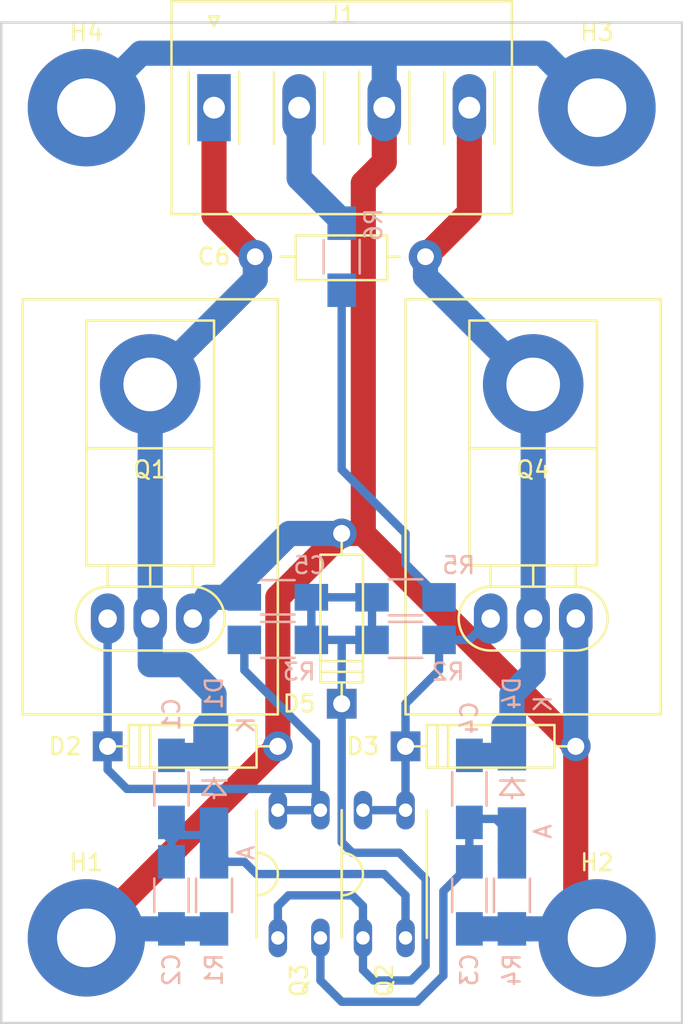
<source format=kicad_pcb>
(kicad_pcb (version 20171130) (host pcbnew "(5.1.12)-1")

  (general
    (thickness 1.6)
    (drawings 8)
    (tracks 141)
    (zones 0)
    (modules 26)
    (nets 11)
  )

  (page A4)
  (layers
    (0 F.Cu signal)
    (31 B.Cu signal)
    (32 B.Adhes user hide)
    (33 F.Adhes user hide)
    (34 B.Paste user hide)
    (35 F.Paste user hide)
    (36 B.SilkS user hide)
    (37 F.SilkS user hide)
    (38 B.Mask user hide)
    (39 F.Mask user hide)
    (40 Dwgs.User user hide)
    (41 Cmts.User user hide)
    (42 Eco1.User user hide)
    (43 Eco2.User user hide)
    (44 Edge.Cuts user)
    (45 Margin user hide)
    (46 B.CrtYd user hide)
    (47 F.CrtYd user hide)
    (48 B.Fab user hide)
    (49 F.Fab user hide)
  )

  (setup
    (last_trace_width 0.5)
    (trace_clearance 0.4)
    (zone_clearance 0.7)
    (zone_45_only no)
    (trace_min 0.127)
    (via_size 0.6)
    (via_drill 0.4)
    (via_min_size 0.454)
    (via_min_drill 0.254)
    (uvia_size 0.3)
    (uvia_drill 0.1)
    (uvias_allowed no)
    (uvia_min_size 0.2)
    (uvia_min_drill 0.1)
    (edge_width 0.15)
    (segment_width 0.2)
    (pcb_text_width 0.3)
    (pcb_text_size 1.5 1.5)
    (mod_edge_width 0.15)
    (mod_text_size 1 1)
    (mod_text_width 0.15)
    (pad_size 1.524 1.524)
    (pad_drill 0.762)
    (pad_to_mask_clearance 0.2)
    (aux_axis_origin 0 0)
    (visible_elements 7FFFFFFF)
    (pcbplotparams
      (layerselection 0x010f0_80000001)
      (usegerberextensions true)
      (usegerberattributes true)
      (usegerberadvancedattributes true)
      (creategerberjobfile true)
      (excludeedgelayer true)
      (linewidth 0.100000)
      (plotframeref false)
      (viasonmask false)
      (mode 1)
      (useauxorigin false)
      (hpglpennumber 1)
      (hpglpenspeed 20)
      (hpglpendiameter 15.000000)
      (psnegative false)
      (psa4output false)
      (plotreference true)
      (plotvalue true)
      (plotinvisibletext false)
      (padsonsilk false)
      (subtractmaskfromsilk false)
      (outputformat 1)
      (mirror false)
      (drillshape 0)
      (scaleselection 1)
      (outputdirectory "plot"))
  )

  (net 0 "")
  (net 1 GND)
  (net 2 /D1)
  (net 3 /C1)
  (net 4 /D2)
  (net 5 /C2)
  (net 6 /9V)
  (net 7 /24V)
  (net 8 /G1)
  (net 9 /G2)
  (net 10 "Net-(R5-Pad1)")

  (net_class Default "This is the default net class."
    (clearance 0.4)
    (trace_width 0.5)
    (via_dia 0.6)
    (via_drill 0.4)
    (uvia_dia 0.3)
    (uvia_drill 0.1)
    (add_net /9V)
    (add_net /D1)
    (add_net /D2)
    (add_net /G1)
    (add_net /G2)
    (add_net "Net-(R5-Pad1)")
  )

  (net_class Power ""
    (clearance 0.5)
    (trace_width 1.5)
    (via_dia 0.6)
    (via_drill 0.4)
    (uvia_dia 0.3)
    (uvia_drill 0.1)
    (add_net /24V)
    (add_net /C1)
    (add_net /C2)
    (add_net GND)
  )

  (module DIL-4:DIP-4_W7.62mm_LongPads (layer F.Cu) (tedit 58F48CE5) (tstamp 58F48AF1)
    (at 173.99 133.35 90)
    (descr "4-lead dip package MOSFET, row spacing 7.62 mm (300 mils), longer pads")
    (tags "dil dip 2.54 300")
    (path /58481C5D)
    (fp_text reference Q3 (at -2.54 1.27 90) (layer F.SilkS)
      (effects (font (size 1 1) (thickness 0.15)))
    )
    (fp_text value IRFD110 (at 3.81 1.27 90) (layer F.Fab)
      (effects (font (size 1 1) (thickness 0.15)))
    )
    (fp_line (start 0 3.81) (end 7.62 3.81) (layer F.SilkS) (width 0.15))
    (fp_line (start 0 -1.27) (end 7.62 -1.27) (layer F.SilkS) (width 0.15))
    (fp_line (start -1.27 3.81) (end 8.89 3.81) (layer F.CrtYd) (width 0.05))
    (fp_line (start -1.27 -1.27) (end 8.89 -1.27) (layer F.CrtYd) (width 0.05))
    (fp_line (start 8.89 -1.27) (end 8.89 3.81) (layer F.CrtYd) (width 0.05))
    (fp_line (start -1.27 -1.27) (end -1.27 3.81) (layer F.CrtYd) (width 0.05))
    (fp_arc (start 3.81 -1.27) (end 5.08 -1.27) (angle 180) (layer F.SilkS) (width 0.15))
    (pad 1 thru_hole oval (at 0 0 90) (size 2.3 1.1) (drill 0.8) (layers *.Cu *.Mask)
      (net 6 /9V))
    (pad 2 thru_hole oval (at 0 2.54 90) (size 2.3 1.1) (drill 0.8) (layers *.Cu *.Mask)
      (net 4 /D2))
    (pad 3 thru_hole oval (at 7.62 2.54 90) (size 2.3 1.1) (drill 0.8) (layers *.Cu *.Mask)
      (net 8 /G1))
    (pad 3 thru_hole oval (at 7.62 0 90) (size 2.3 1.1) (drill 0.8) (layers *.Cu *.Mask)
      (net 8 /G1))
    (model Housings_DIP.3dshapes/DIP-4_W7.62mm_LongPads.wrl
      (at (xyz 0 0 0))
      (scale (xyz 1 1 1))
      (rotate (xyz 0 0 0))
    )
  )

  (module Discret:D4 (layer F.Cu) (tedit 0) (tstamp 58D12648)
    (at 168.91 121.92 180)
    (descr "Diode 4 pas")
    (tags "DIODE DEV")
    (path /58419259)
    (fp_text reference D2 (at 7.62 0 180) (layer F.SilkS)
      (effects (font (size 1 1) (thickness 0.15)))
    )
    (fp_text value 9.1V (at 3.81 2.54 180) (layer F.Fab)
      (effects (font (size 1 1) (thickness 0.15)))
    )
    (fp_line (start 3.81 0) (end 5.08 0) (layer F.SilkS) (width 0.15))
    (fp_line (start -3.81 0) (end -5.08 0) (layer F.SilkS) (width 0.15))
    (fp_line (start 2.54 1.27) (end 2.54 -1.27) (layer F.SilkS) (width 0.15))
    (fp_line (start 3.175 -1.27) (end 3.175 1.27) (layer F.SilkS) (width 0.15))
    (fp_line (start -3.81 1.27) (end -3.81 -1.27) (layer F.SilkS) (width 0.15))
    (fp_line (start 3.81 1.27) (end -3.81 1.27) (layer F.SilkS) (width 0.15))
    (fp_line (start 3.81 -1.27) (end 3.81 1.27) (layer F.SilkS) (width 0.15))
    (fp_line (start -3.81 -1.27) (end 3.81 -1.27) (layer F.SilkS) (width 0.15))
    (pad 2 thru_hole circle (at -5.08 0 180) (size 1.778 1.778) (drill 1.016) (layers *.Cu *.Mask)
      (net 1 GND))
    (pad 1 thru_hole rect (at 5.08 0 180) (size 1.778 1.778) (drill 1.016) (layers *.Cu *.Mask)
      (net 8 /G1))
    (model Discret.3dshapes/D4.wrl
      (at (xyz 0 0 0))
      (scale (xyz 0.4 0.4 0.4))
      (rotate (xyz 0 0 0))
    )
  )

  (module Discret:D4 (layer F.Cu) (tedit 0) (tstamp 58D12655)
    (at 186.69 121.92 180)
    (descr "Diode 4 pas")
    (tags "DIODE DEV")
    (path /5841943C)
    (fp_text reference D3 (at 7.62 0 180) (layer F.SilkS)
      (effects (font (size 1 1) (thickness 0.15)))
    )
    (fp_text value 9.1V (at 8.255 -1.27 180) (layer F.Fab)
      (effects (font (size 1 1) (thickness 0.15)))
    )
    (fp_line (start 3.81 0) (end 5.08 0) (layer F.SilkS) (width 0.15))
    (fp_line (start -3.81 0) (end -5.08 0) (layer F.SilkS) (width 0.15))
    (fp_line (start 2.54 1.27) (end 2.54 -1.27) (layer F.SilkS) (width 0.15))
    (fp_line (start 3.175 -1.27) (end 3.175 1.27) (layer F.SilkS) (width 0.15))
    (fp_line (start -3.81 1.27) (end -3.81 -1.27) (layer F.SilkS) (width 0.15))
    (fp_line (start 3.81 1.27) (end -3.81 1.27) (layer F.SilkS) (width 0.15))
    (fp_line (start 3.81 -1.27) (end 3.81 1.27) (layer F.SilkS) (width 0.15))
    (fp_line (start -3.81 -1.27) (end 3.81 -1.27) (layer F.SilkS) (width 0.15))
    (pad 2 thru_hole circle (at -5.08 0 180) (size 1.778 1.778) (drill 1.016) (layers *.Cu *.Mask)
      (net 1 GND))
    (pad 1 thru_hole rect (at 5.08 0 180) (size 1.778 1.778) (drill 1.016) (layers *.Cu *.Mask)
      (net 9 /G2))
    (model Discret.3dshapes/D4.wrl
      (at (xyz 0 0 0))
      (scale (xyz 0.4 0.4 0.4))
      (rotate (xyz 0 0 0))
    )
  )

  (module DIL-4:DIP-4_W7.62mm_LongPads (layer F.Cu) (tedit 58F48CE5) (tstamp 58F48B34)
    (at 179.07 133.35 90)
    (descr "4-lead dip package MOSFET, row spacing 7.62 mm (300 mils), longer pads")
    (tags "dil dip 2.54 300")
    (path /58481EFD)
    (fp_text reference Q2 (at -2.54 1.27 90) (layer F.SilkS)
      (effects (font (size 1 1) (thickness 0.15)))
    )
    (fp_text value IRFD110 (at 3.81 1.27 90) (layer F.Fab)
      (effects (font (size 1 1) (thickness 0.15)))
    )
    (fp_line (start 0 3.81) (end 7.62 3.81) (layer F.SilkS) (width 0.15))
    (fp_line (start 0 -1.27) (end 7.62 -1.27) (layer F.SilkS) (width 0.15))
    (fp_line (start -1.27 3.81) (end 8.89 3.81) (layer F.CrtYd) (width 0.05))
    (fp_line (start -1.27 -1.27) (end 8.89 -1.27) (layer F.CrtYd) (width 0.05))
    (fp_line (start 8.89 -1.27) (end 8.89 3.81) (layer F.CrtYd) (width 0.05))
    (fp_line (start -1.27 -1.27) (end -1.27 3.81) (layer F.CrtYd) (width 0.05))
    (fp_arc (start 3.81 -1.27) (end 5.08 -1.27) (angle 180) (layer F.SilkS) (width 0.15))
    (pad 1 thru_hole oval (at 0 0 90) (size 2.3 1.1) (drill 0.8) (layers *.Cu *.Mask)
      (net 6 /9V))
    (pad 2 thru_hole oval (at 0 2.54 90) (size 2.3 1.1) (drill 0.8) (layers *.Cu *.Mask)
      (net 2 /D1))
    (pad 3 thru_hole oval (at 7.62 2.54 90) (size 2.3 1.1) (drill 0.8) (layers *.Cu *.Mask)
      (net 9 /G2))
    (pad 3 thru_hole oval (at 7.62 0 90) (size 2.3 1.1) (drill 0.8) (layers *.Cu *.Mask)
      (net 9 /G2))
    (model Housings_DIP.3dshapes/DIP-4_W7.62mm_LongPads.wrl
      (at (xyz 0 0 0))
      (scale (xyz 1 1 1))
      (rotate (xyz 0 0 0))
    )
  )

  (module Capacitors_SMD:C_1206_HandSoldering (layer B.Cu) (tedit 541A9C03) (tstamp 58F49F04)
    (at 173.99 113.03 180)
    (descr "Capacitor SMD 1206, hand soldering")
    (tags "capacitor 1206")
    (path /58F49D26)
    (attr smd)
    (fp_text reference C5 (at -1.905 1.905 180) (layer B.SilkS)
      (effects (font (size 1 1) (thickness 0.15)) (justify mirror))
    )
    (fp_text value 470nF (at 1.27 1.905 180) (layer B.Fab)
      (effects (font (size 1 1) (thickness 0.15)) (justify mirror))
    )
    (fp_line (start -1 -1.025) (end 1 -1.025) (layer B.SilkS) (width 0.15))
    (fp_line (start 1 1.025) (end -1 1.025) (layer B.SilkS) (width 0.15))
    (fp_line (start 3.3 1.15) (end 3.3 -1.15) (layer B.CrtYd) (width 0.05))
    (fp_line (start -3.3 1.15) (end -3.3 -1.15) (layer B.CrtYd) (width 0.05))
    (fp_line (start -3.3 -1.15) (end 3.3 -1.15) (layer B.CrtYd) (width 0.05))
    (fp_line (start -3.3 1.15) (end 3.3 1.15) (layer B.CrtYd) (width 0.05))
    (fp_line (start -1.6 0.8) (end 1.6 0.8) (layer B.Fab) (width 0.15))
    (fp_line (start 1.6 0.8) (end 1.6 -0.8) (layer B.Fab) (width 0.15))
    (fp_line (start 1.6 -0.8) (end -1.6 -0.8) (layer B.Fab) (width 0.15))
    (fp_line (start -1.6 -0.8) (end -1.6 0.8) (layer B.Fab) (width 0.15))
    (pad 1 smd rect (at -2 0 180) (size 2 1.6) (layers B.Cu B.Paste B.Mask)
      (net 6 /9V))
    (pad 2 smd rect (at 2 0 180) (size 2 1.6) (layers B.Cu B.Paste B.Mask)
      (net 1 GND))
    (model Capacitors_SMD.3dshapes/C_1206_HandSoldering.wrl
      (at (xyz 0 0 0))
      (scale (xyz 1 1 1))
      (rotate (xyz 0 0 0))
    )
  )

  (module Capacitors_SMD:C_1206_HandSoldering (layer B.Cu) (tedit 541A9C03) (tstamp 58F348E2)
    (at 167.64 124.46 90)
    (descr "Capacitor SMD 1206, hand soldering")
    (tags "capacitor 1206")
    (path /58417946)
    (attr smd)
    (fp_text reference C1 (at 4.445 0 90) (layer B.SilkS)
      (effects (font (size 1 1) (thickness 0.15)) (justify mirror))
    )
    (fp_text value 10nF (at 0 -1.905 90) (layer B.Fab)
      (effects (font (size 1 1) (thickness 0.15)) (justify mirror))
    )
    (fp_line (start -1 -1.025) (end 1 -1.025) (layer B.SilkS) (width 0.15))
    (fp_line (start 1 1.025) (end -1 1.025) (layer B.SilkS) (width 0.15))
    (fp_line (start 3.3 1.15) (end 3.3 -1.15) (layer B.CrtYd) (width 0.05))
    (fp_line (start -3.3 1.15) (end -3.3 -1.15) (layer B.CrtYd) (width 0.05))
    (fp_line (start -3.3 -1.15) (end 3.3 -1.15) (layer B.CrtYd) (width 0.05))
    (fp_line (start -3.3 1.15) (end 3.3 1.15) (layer B.CrtYd) (width 0.05))
    (fp_line (start -1.6 0.8) (end 1.6 0.8) (layer B.Fab) (width 0.15))
    (fp_line (start 1.6 0.8) (end 1.6 -0.8) (layer B.Fab) (width 0.15))
    (fp_line (start 1.6 -0.8) (end -1.6 -0.8) (layer B.Fab) (width 0.15))
    (fp_line (start -1.6 -0.8) (end -1.6 0.8) (layer B.Fab) (width 0.15))
    (pad 1 smd rect (at -2 0 90) (size 2 1.6) (layers B.Cu B.Paste B.Mask)
      (net 2 /D1))
    (pad 2 smd rect (at 2 0 90) (size 2 1.6) (layers B.Cu B.Paste B.Mask)
      (net 3 /C1))
    (model Capacitors_SMD.3dshapes/C_1206_HandSoldering.wrl
      (at (xyz 0 0 0))
      (scale (xyz 1 1 1))
      (rotate (xyz 0 0 0))
    )
  )

  (module Capacitors_SMD:C_1206_HandSoldering (layer B.Cu) (tedit 541A9C03) (tstamp 58F348E7)
    (at 167.64 130.81 270)
    (descr "Capacitor SMD 1206, hand soldering")
    (tags "capacitor 1206")
    (path /58417DD6)
    (attr smd)
    (fp_text reference C2 (at 4.445 0 270) (layer B.SilkS)
      (effects (font (size 1 1) (thickness 0.15)) (justify mirror))
    )
    (fp_text value 10nF (at -2.54 1.905 270) (layer B.Fab)
      (effects (font (size 1 1) (thickness 0.15)) (justify mirror))
    )
    (fp_line (start -1 -1.025) (end 1 -1.025) (layer B.SilkS) (width 0.15))
    (fp_line (start 1 1.025) (end -1 1.025) (layer B.SilkS) (width 0.15))
    (fp_line (start 3.3 1.15) (end 3.3 -1.15) (layer B.CrtYd) (width 0.05))
    (fp_line (start -3.3 1.15) (end -3.3 -1.15) (layer B.CrtYd) (width 0.05))
    (fp_line (start -3.3 -1.15) (end 3.3 -1.15) (layer B.CrtYd) (width 0.05))
    (fp_line (start -3.3 1.15) (end 3.3 1.15) (layer B.CrtYd) (width 0.05))
    (fp_line (start -1.6 0.8) (end 1.6 0.8) (layer B.Fab) (width 0.15))
    (fp_line (start 1.6 0.8) (end 1.6 -0.8) (layer B.Fab) (width 0.15))
    (fp_line (start 1.6 -0.8) (end -1.6 -0.8) (layer B.Fab) (width 0.15))
    (fp_line (start -1.6 -0.8) (end -1.6 0.8) (layer B.Fab) (width 0.15))
    (pad 1 smd rect (at -2 0 270) (size 2 1.6) (layers B.Cu B.Paste B.Mask)
      (net 2 /D1))
    (pad 2 smd rect (at 2 0 270) (size 2 1.6) (layers B.Cu B.Paste B.Mask)
      (net 1 GND))
    (model Capacitors_SMD.3dshapes/C_1206_HandSoldering.wrl
      (at (xyz 0 0 0))
      (scale (xyz 1 1 1))
      (rotate (xyz 0 0 0))
    )
  )

  (module Resistors_SMD:R_1206_HandSoldering (layer B.Cu) (tedit 58307C0D) (tstamp 58F34900)
    (at 170.18 130.81 270)
    (descr "Resistor SMD 1206, hand soldering")
    (tags "resistor 1206")
    (path /58417E39)
    (attr smd)
    (fp_text reference R1 (at 4.445 0 270) (layer B.SilkS)
      (effects (font (size 1 1) (thickness 0.15)) (justify mirror))
    )
    (fp_text value 33k (at 0 -1.905 270) (layer B.Fab)
      (effects (font (size 1 1) (thickness 0.15)) (justify mirror))
    )
    (fp_line (start -1 1.075) (end 1 1.075) (layer B.SilkS) (width 0.15))
    (fp_line (start 1 -1.075) (end -1 -1.075) (layer B.SilkS) (width 0.15))
    (fp_line (start 3.3 1.2) (end 3.3 -1.2) (layer B.CrtYd) (width 0.05))
    (fp_line (start -3.3 1.2) (end -3.3 -1.2) (layer B.CrtYd) (width 0.05))
    (fp_line (start -3.3 -1.2) (end 3.3 -1.2) (layer B.CrtYd) (width 0.05))
    (fp_line (start -3.3 1.2) (end 3.3 1.2) (layer B.CrtYd) (width 0.05))
    (fp_line (start -1.6 0.8) (end 1.6 0.8) (layer B.Fab) (width 0.1))
    (fp_line (start 1.6 0.8) (end 1.6 -0.8) (layer B.Fab) (width 0.1))
    (fp_line (start 1.6 -0.8) (end -1.6 -0.8) (layer B.Fab) (width 0.1))
    (fp_line (start -1.6 -0.8) (end -1.6 0.8) (layer B.Fab) (width 0.1))
    (pad 1 smd rect (at -2 0 270) (size 2 1.7) (layers B.Cu B.Paste B.Mask)
      (net 2 /D1))
    (pad 2 smd rect (at 2 0 270) (size 2 1.7) (layers B.Cu B.Paste B.Mask)
      (net 1 GND))
    (model Resistors_SMD.3dshapes/R_1206_HandSoldering.wrl
      (at (xyz 0 0 0))
      (scale (xyz 1 1 1))
      (rotate (xyz 0 0 0))
    )
  )

  (module Resistors_SMD:R_1206_HandSoldering (layer B.Cu) (tedit 58307C0D) (tstamp 58F3490A)
    (at 173.99 115.57 180)
    (descr "Resistor SMD 1206, hand soldering")
    (tags "resistor 1206")
    (path /58419ACA)
    (attr smd)
    (fp_text reference R3 (at -1.27 -1.905 180) (layer B.SilkS)
      (effects (font (size 1 1) (thickness 0.15)) (justify mirror))
    )
    (fp_text value 47k (at 1.905 -1.905 180) (layer B.Fab)
      (effects (font (size 1 1) (thickness 0.15)) (justify mirror))
    )
    (fp_line (start -1 1.075) (end 1 1.075) (layer B.SilkS) (width 0.15))
    (fp_line (start 1 -1.075) (end -1 -1.075) (layer B.SilkS) (width 0.15))
    (fp_line (start 3.3 1.2) (end 3.3 -1.2) (layer B.CrtYd) (width 0.05))
    (fp_line (start -3.3 1.2) (end -3.3 -1.2) (layer B.CrtYd) (width 0.05))
    (fp_line (start -3.3 -1.2) (end 3.3 -1.2) (layer B.CrtYd) (width 0.05))
    (fp_line (start -3.3 1.2) (end 3.3 1.2) (layer B.CrtYd) (width 0.05))
    (fp_line (start -1.6 0.8) (end 1.6 0.8) (layer B.Fab) (width 0.1))
    (fp_line (start 1.6 0.8) (end 1.6 -0.8) (layer B.Fab) (width 0.1))
    (fp_line (start 1.6 -0.8) (end -1.6 -0.8) (layer B.Fab) (width 0.1))
    (fp_line (start -1.6 -0.8) (end -1.6 0.8) (layer B.Fab) (width 0.1))
    (pad 1 smd rect (at -2 0 180) (size 2 1.7) (layers B.Cu B.Paste B.Mask)
      (net 6 /9V))
    (pad 2 smd rect (at 2 0 180) (size 2 1.7) (layers B.Cu B.Paste B.Mask)
      (net 8 /G1))
    (model Resistors_SMD.3dshapes/R_1206_HandSoldering.wrl
      (at (xyz 0 0 0))
      (scale (xyz 1 1 1))
      (rotate (xyz 0 0 0))
    )
  )

  (module Diodes_SMD:MiniMELF_Handsoldering (layer B.Cu) (tedit 5530FDE5) (tstamp 58F356E9)
    (at 170.18 124.46 270)
    (descr "Diode Mini-MELF Handsoldering")
    (tags "Diode Mini-MELF Handsoldering")
    (path /58E0EFF3)
    (attr smd)
    (fp_text reference D1 (at -5.715 0 270) (layer B.SilkS)
      (effects (font (size 1 1) (thickness 0.15)) (justify mirror))
    )
    (fp_text value 1N4148 (at 0 -1.905 270) (layer B.Fab)
      (effects (font (size 1 1) (thickness 0.15)) (justify mirror))
    )
    (fp_line (start 0.34878 -0.70104) (end -0.49958 0) (layer B.SilkS) (width 0.15))
    (fp_line (start 0.34878 0.70104) (end 0.34878 -0.70104) (layer B.SilkS) (width 0.15))
    (fp_line (start -0.49958 0) (end 0.34878 0.70104) (layer B.SilkS) (width 0.15))
    (fp_line (start -0.49958 0) (end -0.49958 0.70104) (layer B.SilkS) (width 0.15))
    (fp_line (start -0.49958 0) (end -0.49958 -0.7493) (layer B.SilkS) (width 0.15))
    (fp_line (start 0.34878 0) (end 0.54944 0) (layer B.SilkS) (width 0.15))
    (fp_line (start -0.49958 0) (end -0.64944 0) (layer B.SilkS) (width 0.15))
    (fp_line (start -4.55 -1) (end -4.55 1) (layer B.CrtYd) (width 0.05))
    (fp_line (start 4.55 -1) (end -4.55 -1) (layer B.CrtYd) (width 0.05))
    (fp_line (start 4.55 1) (end 4.55 -1) (layer B.CrtYd) (width 0.05))
    (fp_line (start -4.55 1) (end 4.55 1) (layer B.CrtYd) (width 0.05))
    (fp_text user K (at -3.81 -1.905 270) (layer B.SilkS)
      (effects (font (size 1 1) (thickness 0.15)) (justify mirror))
    )
    (fp_text user A (at 3.81 -1.905 270) (layer B.SilkS)
      (effects (font (size 1 1) (thickness 0.15)) (justify mirror))
    )
    (pad 1 smd rect (at -2.75082 0 270) (size 3.29946 1.69926) (layers B.Cu B.Paste B.Mask)
      (net 3 /C1))
    (pad 2 smd rect (at 2.75082 0 270) (size 3.29946 1.69926) (layers B.Cu B.Paste B.Mask)
      (net 2 /D1))
    (model Diodes_SMD.3dshapes/MiniMELF_Handsoldering.wrl
      (at (xyz 0 0 0))
      (scale (xyz 0.3937 0.3937 0.3937))
      (rotate (xyz 0 0 180))
    )
  )

  (module Diodes_SMD:MiniMELF_Handsoldering (layer B.Cu) (tedit 5530FDE5) (tstamp 58F356EE)
    (at 187.96 124.46 270)
    (descr "Diode Mini-MELF Handsoldering")
    (tags "Diode Mini-MELF Handsoldering")
    (path /58E0F05B)
    (attr smd)
    (fp_text reference D4 (at -5.715 0 270) (layer B.SilkS)
      (effects (font (size 1 1) (thickness 0.15)) (justify mirror))
    )
    (fp_text value 1N4148 (at -1.27 -1.905 270) (layer B.Fab)
      (effects (font (size 1 1) (thickness 0.15)) (justify mirror))
    )
    (fp_line (start 0.34878 -0.70104) (end -0.49958 0) (layer B.SilkS) (width 0.15))
    (fp_line (start 0.34878 0.70104) (end 0.34878 -0.70104) (layer B.SilkS) (width 0.15))
    (fp_line (start -0.49958 0) (end 0.34878 0.70104) (layer B.SilkS) (width 0.15))
    (fp_line (start -0.49958 0) (end -0.49958 0.70104) (layer B.SilkS) (width 0.15))
    (fp_line (start -0.49958 0) (end -0.49958 -0.7493) (layer B.SilkS) (width 0.15))
    (fp_line (start 0.34878 0) (end 0.54944 0) (layer B.SilkS) (width 0.15))
    (fp_line (start -0.49958 0) (end -0.64944 0) (layer B.SilkS) (width 0.15))
    (fp_line (start -4.55 -1) (end -4.55 1) (layer B.CrtYd) (width 0.05))
    (fp_line (start 4.55 -1) (end -4.55 -1) (layer B.CrtYd) (width 0.05))
    (fp_line (start 4.55 1) (end 4.55 -1) (layer B.CrtYd) (width 0.05))
    (fp_line (start -4.55 1) (end 4.55 1) (layer B.CrtYd) (width 0.05))
    (fp_text user K (at -5.08 -1.85 270) (layer B.SilkS)
      (effects (font (size 1 1) (thickness 0.15)) (justify mirror))
    )
    (fp_text user A (at 2.54 -1.85 270) (layer B.SilkS)
      (effects (font (size 1 1) (thickness 0.15)) (justify mirror))
    )
    (pad 1 smd rect (at -2.75082 0 270) (size 3.29946 1.69926) (layers B.Cu B.Paste B.Mask)
      (net 5 /C2))
    (pad 2 smd rect (at 2.75082 0 270) (size 3.29946 1.69926) (layers B.Cu B.Paste B.Mask)
      (net 4 /D2))
    (model Diodes_SMD.3dshapes/MiniMELF_Handsoldering.wrl
      (at (xyz 0 0 0))
      (scale (xyz 0.3937 0.3937 0.3937))
      (rotate (xyz 0 0 180))
    )
  )

  (module Capacitors_SMD:C_1206_HandSoldering (layer B.Cu) (tedit 541A9C03) (tstamp 58F348EC)
    (at 185.42 130.81 270)
    (descr "Capacitor SMD 1206, hand soldering")
    (tags "capacitor 1206")
    (path /58419ABE)
    (attr smd)
    (fp_text reference C3 (at 4.445 0 270) (layer B.SilkS)
      (effects (font (size 1 1) (thickness 0.15)) (justify mirror))
    )
    (fp_text value 10nF (at 0 1.905 270) (layer B.Fab)
      (effects (font (size 1 1) (thickness 0.15)) (justify mirror))
    )
    (fp_line (start -1 -1.025) (end 1 -1.025) (layer B.SilkS) (width 0.15))
    (fp_line (start 1 1.025) (end -1 1.025) (layer B.SilkS) (width 0.15))
    (fp_line (start 3.3 1.15) (end 3.3 -1.15) (layer B.CrtYd) (width 0.05))
    (fp_line (start -3.3 1.15) (end -3.3 -1.15) (layer B.CrtYd) (width 0.05))
    (fp_line (start -3.3 -1.15) (end 3.3 -1.15) (layer B.CrtYd) (width 0.05))
    (fp_line (start -3.3 1.15) (end 3.3 1.15) (layer B.CrtYd) (width 0.05))
    (fp_line (start -1.6 0.8) (end 1.6 0.8) (layer B.Fab) (width 0.15))
    (fp_line (start 1.6 0.8) (end 1.6 -0.8) (layer B.Fab) (width 0.15))
    (fp_line (start 1.6 -0.8) (end -1.6 -0.8) (layer B.Fab) (width 0.15))
    (fp_line (start -1.6 -0.8) (end -1.6 0.8) (layer B.Fab) (width 0.15))
    (pad 1 smd rect (at -2 0 270) (size 2 1.6) (layers B.Cu B.Paste B.Mask)
      (net 4 /D2))
    (pad 2 smd rect (at 2 0 270) (size 2 1.6) (layers B.Cu B.Paste B.Mask)
      (net 1 GND))
    (model Capacitors_SMD.3dshapes/C_1206_HandSoldering.wrl
      (at (xyz 0 0 0))
      (scale (xyz 1 1 1))
      (rotate (xyz 0 0 0))
    )
  )

  (module Capacitors_SMD:C_1206_HandSoldering (layer B.Cu) (tedit 541A9C03) (tstamp 58F348F1)
    (at 185.42 124.46 90)
    (descr "Capacitor SMD 1206, hand soldering")
    (tags "capacitor 1206")
    (path /58419AB8)
    (attr smd)
    (fp_text reference C4 (at 4.2342 0 90) (layer B.SilkS)
      (effects (font (size 1 1) (thickness 0.15)) (justify mirror))
    )
    (fp_text value 10nF (at -0.2108 -1.905 90) (layer B.Fab)
      (effects (font (size 1 1) (thickness 0.15)) (justify mirror))
    )
    (fp_line (start -1 -1.025) (end 1 -1.025) (layer B.SilkS) (width 0.15))
    (fp_line (start 1 1.025) (end -1 1.025) (layer B.SilkS) (width 0.15))
    (fp_line (start 3.3 1.15) (end 3.3 -1.15) (layer B.CrtYd) (width 0.05))
    (fp_line (start -3.3 1.15) (end -3.3 -1.15) (layer B.CrtYd) (width 0.05))
    (fp_line (start -3.3 -1.15) (end 3.3 -1.15) (layer B.CrtYd) (width 0.05))
    (fp_line (start -3.3 1.15) (end 3.3 1.15) (layer B.CrtYd) (width 0.05))
    (fp_line (start -1.6 0.8) (end 1.6 0.8) (layer B.Fab) (width 0.15))
    (fp_line (start 1.6 0.8) (end 1.6 -0.8) (layer B.Fab) (width 0.15))
    (fp_line (start 1.6 -0.8) (end -1.6 -0.8) (layer B.Fab) (width 0.15))
    (fp_line (start -1.6 -0.8) (end -1.6 0.8) (layer B.Fab) (width 0.15))
    (pad 1 smd rect (at -2 0 90) (size 2 1.6) (layers B.Cu B.Paste B.Mask)
      (net 4 /D2))
    (pad 2 smd rect (at 2 0 90) (size 2 1.6) (layers B.Cu B.Paste B.Mask)
      (net 5 /C2))
    (model Capacitors_SMD.3dshapes/C_1206_HandSoldering.wrl
      (at (xyz 0 0 0))
      (scale (xyz 1 1 1))
      (rotate (xyz 0 0 0))
    )
  )

  (module Resistors_SMD:R_1206_HandSoldering (layer B.Cu) (tedit 58307C0D) (tstamp 58F3490F)
    (at 187.96 130.81 270)
    (descr "Resistor SMD 1206, hand soldering")
    (tags "resistor 1206")
    (path /58419AC4)
    (attr smd)
    (fp_text reference R4 (at 4.445 0 270) (layer B.SilkS)
      (effects (font (size 1 1) (thickness 0.15)) (justify mirror))
    )
    (fp_text value 33k (at -1.905 -1.905 270) (layer B.Fab)
      (effects (font (size 1 1) (thickness 0.15)) (justify mirror))
    )
    (fp_line (start -1 1.075) (end 1 1.075) (layer B.SilkS) (width 0.15))
    (fp_line (start 1 -1.075) (end -1 -1.075) (layer B.SilkS) (width 0.15))
    (fp_line (start 3.3 1.2) (end 3.3 -1.2) (layer B.CrtYd) (width 0.05))
    (fp_line (start -3.3 1.2) (end -3.3 -1.2) (layer B.CrtYd) (width 0.05))
    (fp_line (start -3.3 -1.2) (end 3.3 -1.2) (layer B.CrtYd) (width 0.05))
    (fp_line (start -3.3 1.2) (end 3.3 1.2) (layer B.CrtYd) (width 0.05))
    (fp_line (start -1.6 0.8) (end 1.6 0.8) (layer B.Fab) (width 0.1))
    (fp_line (start 1.6 0.8) (end 1.6 -0.8) (layer B.Fab) (width 0.1))
    (fp_line (start 1.6 -0.8) (end -1.6 -0.8) (layer B.Fab) (width 0.1))
    (fp_line (start -1.6 -0.8) (end -1.6 0.8) (layer B.Fab) (width 0.1))
    (pad 1 smd rect (at -2 0 270) (size 2 1.7) (layers B.Cu B.Paste B.Mask)
      (net 4 /D2))
    (pad 2 smd rect (at 2 0 270) (size 2 1.7) (layers B.Cu B.Paste B.Mask)
      (net 1 GND))
    (model Resistors_SMD.3dshapes/R_1206_HandSoldering.wrl
      (at (xyz 0 0 0))
      (scale (xyz 1 1 1))
      (rotate (xyz 0 0 0))
    )
  )

  (module Resistors_SMD:R_1206_HandSoldering (layer B.Cu) (tedit 58307C0D) (tstamp 58F34914)
    (at 181.61 113.03 180)
    (descr "Resistor SMD 1206, hand soldering")
    (tags "resistor 1206")
    (path /5841F0FF)
    (attr smd)
    (fp_text reference R5 (at -3.175 1.905 180) (layer B.SilkS)
      (effects (font (size 1 1) (thickness 0.15)) (justify mirror))
    )
    (fp_text value 1k (at 0 1.905 180) (layer B.Fab)
      (effects (font (size 1 1) (thickness 0.15)) (justify mirror))
    )
    (fp_line (start -1 1.075) (end 1 1.075) (layer B.SilkS) (width 0.15))
    (fp_line (start 1 -1.075) (end -1 -1.075) (layer B.SilkS) (width 0.15))
    (fp_line (start 3.3 1.2) (end 3.3 -1.2) (layer B.CrtYd) (width 0.05))
    (fp_line (start -3.3 1.2) (end -3.3 -1.2) (layer B.CrtYd) (width 0.05))
    (fp_line (start -3.3 -1.2) (end 3.3 -1.2) (layer B.CrtYd) (width 0.05))
    (fp_line (start -3.3 1.2) (end 3.3 1.2) (layer B.CrtYd) (width 0.05))
    (fp_line (start -1.6 0.8) (end 1.6 0.8) (layer B.Fab) (width 0.1))
    (fp_line (start 1.6 0.8) (end 1.6 -0.8) (layer B.Fab) (width 0.1))
    (fp_line (start 1.6 -0.8) (end -1.6 -0.8) (layer B.Fab) (width 0.1))
    (fp_line (start -1.6 -0.8) (end -1.6 0.8) (layer B.Fab) (width 0.1))
    (pad 1 smd rect (at -2 0 180) (size 2 1.7) (layers B.Cu B.Paste B.Mask)
      (net 10 "Net-(R5-Pad1)"))
    (pad 2 smd rect (at 2 0 180) (size 2 1.7) (layers B.Cu B.Paste B.Mask)
      (net 6 /9V))
    (model Resistors_SMD.3dshapes/R_1206_HandSoldering.wrl
      (at (xyz 0 0 0))
      (scale (xyz 1 1 1))
      (rotate (xyz 0 0 0))
    )
  )

  (module Resistors_SMD:R_1206_HandSoldering (layer B.Cu) (tedit 58307C0D) (tstamp 58F4A09B)
    (at 181.61 115.57)
    (descr "Resistor SMD 1206, hand soldering")
    (tags "resistor 1206")
    (path /584180F8)
    (attr smd)
    (fp_text reference R2 (at 2.54 1.905) (layer B.SilkS)
      (effects (font (size 1 1) (thickness 0.15)) (justify mirror))
    )
    (fp_text value 47k (at -0.635 1.905) (layer B.Fab)
      (effects (font (size 1 1) (thickness 0.15)) (justify mirror))
    )
    (fp_line (start -1 1.075) (end 1 1.075) (layer B.SilkS) (width 0.15))
    (fp_line (start 1 -1.075) (end -1 -1.075) (layer B.SilkS) (width 0.15))
    (fp_line (start 3.3 1.2) (end 3.3 -1.2) (layer B.CrtYd) (width 0.05))
    (fp_line (start -3.3 1.2) (end -3.3 -1.2) (layer B.CrtYd) (width 0.05))
    (fp_line (start -3.3 -1.2) (end 3.3 -1.2) (layer B.CrtYd) (width 0.05))
    (fp_line (start -3.3 1.2) (end 3.3 1.2) (layer B.CrtYd) (width 0.05))
    (fp_line (start -1.6 0.8) (end 1.6 0.8) (layer B.Fab) (width 0.1))
    (fp_line (start 1.6 0.8) (end 1.6 -0.8) (layer B.Fab) (width 0.1))
    (fp_line (start 1.6 -0.8) (end -1.6 -0.8) (layer B.Fab) (width 0.1))
    (fp_line (start -1.6 -0.8) (end -1.6 0.8) (layer B.Fab) (width 0.1))
    (pad 1 smd rect (at -2 0) (size 2 1.7) (layers B.Cu B.Paste B.Mask)
      (net 6 /9V))
    (pad 2 smd rect (at 2 0) (size 2 1.7) (layers B.Cu B.Paste B.Mask)
      (net 9 /G2))
    (model Resistors_SMD.3dshapes/R_1206_HandSoldering.wrl
      (at (xyz 0 0 0))
      (scale (xyz 1 1 1))
      (rotate (xyz 0 0 0))
    )
  )

  (module Discret:D4 (layer F.Cu) (tedit 0) (tstamp 58D12662)
    (at 177.8 114.3 270)
    (descr "Diode 4 pas")
    (tags "DIODE DEV")
    (path /584194D9)
    (fp_text reference D5 (at 5.08 2.54) (layer F.SilkS)
      (effects (font (size 1 1) (thickness 0.15)))
    )
    (fp_text value 9.1V (at 5.08 5.715) (layer F.Fab)
      (effects (font (size 1 1) (thickness 0.15)))
    )
    (fp_line (start 3.81 0) (end 5.08 0) (layer F.SilkS) (width 0.15))
    (fp_line (start -3.81 0) (end -5.08 0) (layer F.SilkS) (width 0.15))
    (fp_line (start 2.54 1.27) (end 2.54 -1.27) (layer F.SilkS) (width 0.15))
    (fp_line (start 3.175 -1.27) (end 3.175 1.27) (layer F.SilkS) (width 0.15))
    (fp_line (start -3.81 1.27) (end -3.81 -1.27) (layer F.SilkS) (width 0.15))
    (fp_line (start 3.81 1.27) (end -3.81 1.27) (layer F.SilkS) (width 0.15))
    (fp_line (start 3.81 -1.27) (end 3.81 1.27) (layer F.SilkS) (width 0.15))
    (fp_line (start -3.81 -1.27) (end 3.81 -1.27) (layer F.SilkS) (width 0.15))
    (pad 2 thru_hole circle (at -5.08 0 270) (size 1.778 1.778) (drill 1.016) (layers *.Cu *.Mask)
      (net 1 GND))
    (pad 1 thru_hole rect (at 5.08 0 270) (size 1.778 1.778) (drill 1.016) (layers *.Cu *.Mask)
      (net 6 /9V))
    (model Discret.3dshapes/D4.wrl
      (at (xyz 0 0 0))
      (scale (xyz 0.4 0.4 0.4))
      (rotate (xyz 0 0 0))
    )
  )

  (module Choke_Axial_ThroughHole:Choke_Horizontal_RM10mm (layer F.Cu) (tedit 542A89AC) (tstamp 58F493B3)
    (at 177.8 92.71 180)
    (descr "Choke, Axial, 10mm")
    (tags "Choke, Axial, 10mm")
    (path /58F4917F)
    (fp_text reference C6 (at 7.62 0 180) (layer F.SilkS)
      (effects (font (size 1 1) (thickness 0.15)))
    )
    (fp_text value 1uF (at 4.445 1.905 180) (layer F.Fab)
      (effects (font (size 1 1) (thickness 0.15)))
    )
    (fp_line (start 2.74574 1.27) (end -2.71526 1.27) (layer F.SilkS) (width 0.15))
    (fp_line (start 2.74574 -1.397) (end 2.74574 1.27) (layer F.SilkS) (width 0.15))
    (fp_line (start -2.71526 -1.397) (end 2.74574 -1.397) (layer F.SilkS) (width 0.15))
    (fp_line (start -2.71526 1.27) (end -2.71526 -1.397) (layer F.SilkS) (width 0.15))
    (fp_line (start 2.74574 0) (end 3.63474 0) (layer F.SilkS) (width 0.15))
    (fp_line (start -2.71526 0) (end -3.47726 0) (layer F.SilkS) (width 0.15))
    (pad 1 thru_hole circle (at -5.00126 0 180) (size 1.99898 1.99898) (drill 1.00076) (layers *.Cu *.Mask)
      (net 5 /C2))
    (pad 2 thru_hole circle (at 5.15874 0 180) (size 1.99898 1.99898) (drill 1.00076) (layers *.Cu *.Mask)
      (net 3 /C1))
  )

  (module Resistors_SMD:R_1206_HandSoldering (layer B.Cu) (tedit 58307C0D) (tstamp 58F4AE50)
    (at 177.8 92.71 270)
    (descr "Resistor SMD 1206, hand soldering")
    (tags "resistor 1206")
    (path /58F4A65C)
    (attr smd)
    (fp_text reference R6 (at -1.905 -1.905 270) (layer B.SilkS)
      (effects (font (size 1 1) (thickness 0.15)) (justify mirror))
    )
    (fp_text value 1k (at 1.905 -1.905 270) (layer B.Fab)
      (effects (font (size 1 1) (thickness 0.15)) (justify mirror))
    )
    (fp_line (start -1 1.075) (end 1 1.075) (layer B.SilkS) (width 0.15))
    (fp_line (start 1 -1.075) (end -1 -1.075) (layer B.SilkS) (width 0.15))
    (fp_line (start 3.3 1.2) (end 3.3 -1.2) (layer B.CrtYd) (width 0.05))
    (fp_line (start -3.3 1.2) (end -3.3 -1.2) (layer B.CrtYd) (width 0.05))
    (fp_line (start -3.3 -1.2) (end 3.3 -1.2) (layer B.CrtYd) (width 0.05))
    (fp_line (start -3.3 1.2) (end 3.3 1.2) (layer B.CrtYd) (width 0.05))
    (fp_line (start -1.6 0.8) (end 1.6 0.8) (layer B.Fab) (width 0.1))
    (fp_line (start 1.6 0.8) (end 1.6 -0.8) (layer B.Fab) (width 0.1))
    (fp_line (start 1.6 -0.8) (end -1.6 -0.8) (layer B.Fab) (width 0.1))
    (fp_line (start -1.6 -0.8) (end -1.6 0.8) (layer B.Fab) (width 0.1))
    (pad 1 smd rect (at -2 0 270) (size 2 1.7) (layers B.Cu B.Paste B.Mask)
      (net 7 /24V))
    (pad 2 smd rect (at 2 0 270) (size 2 1.7) (layers B.Cu B.Paste B.Mask)
      (net 10 "Net-(R5-Pad1)"))
    (model Resistors_SMD.3dshapes/R_1206_HandSoldering.wrl
      (at (xyz 0 0 0))
      (scale (xyz 1 1 1))
      (rotate (xyz 0 0 0))
    )
  )

  (module Mounting_Holes:MountingHole_3.5mm_Pad (layer F.Cu) (tedit 56D1B4CB) (tstamp 58F4A79C)
    (at 162.56 133.35)
    (descr "Mounting Hole 3.5mm")
    (tags "mounting hole 3.5mm")
    (path /58F3D67A)
    (fp_text reference H1 (at 0 -4.5) (layer F.SilkS)
      (effects (font (size 1 1) (thickness 0.15)))
    )
    (fp_text value 3.5mm (at 0 4.5) (layer F.Fab)
      (effects (font (size 1 1) (thickness 0.15)))
    )
    (fp_circle (center 0 0) (end 3.75 0) (layer F.CrtYd) (width 0.05))
    (fp_circle (center 0 0) (end 3.5 0) (layer Cmts.User) (width 0.15))
    (pad 1 thru_hole circle (at 0 0) (size 7 7) (drill 3.5) (layers *.Cu *.Mask)
      (net 1 GND))
  )

  (module Mounting_Holes:MountingHole_3.5mm_Pad (layer F.Cu) (tedit 56D1B4CB) (tstamp 58F4A7A0)
    (at 193.04 133.35)
    (descr "Mounting Hole 3.5mm")
    (tags "mounting hole 3.5mm")
    (path /58F3D143)
    (fp_text reference H2 (at 0 -4.5) (layer F.SilkS)
      (effects (font (size 1 1) (thickness 0.15)))
    )
    (fp_text value 3.5mm (at 0 4.5) (layer F.Fab)
      (effects (font (size 1 1) (thickness 0.15)))
    )
    (fp_circle (center 0 0) (end 3.75 0) (layer F.CrtYd) (width 0.05))
    (fp_circle (center 0 0) (end 3.5 0) (layer Cmts.User) (width 0.15))
    (pad 1 thru_hole circle (at 0 0) (size 7 7) (drill 3.5) (layers *.Cu *.Mask)
      (net 1 GND))
  )

  (module Mounting_Holes:MountingHole_3.5mm_Pad (layer F.Cu) (tedit 56D1B4CB) (tstamp 58F4A7A4)
    (at 193.04 83.82)
    (descr "Mounting Hole 3.5mm")
    (tags "mounting hole 3.5mm")
    (path /58F46F03)
    (fp_text reference H3 (at 0 -4.5) (layer F.SilkS)
      (effects (font (size 1 1) (thickness 0.15)))
    )
    (fp_text value 3.5mm (at 0 4.5) (layer F.Fab)
      (effects (font (size 1 1) (thickness 0.15)))
    )
    (fp_circle (center 0 0) (end 3.75 0) (layer F.CrtYd) (width 0.05))
    (fp_circle (center 0 0) (end 3.5 0) (layer Cmts.User) (width 0.15))
    (pad 1 thru_hole circle (at 0 0) (size 7 7) (drill 3.5) (layers *.Cu *.Mask)
      (net 1 GND))
  )

  (module Mounting_Holes:MountingHole_3.5mm_Pad (layer F.Cu) (tedit 56D1B4CB) (tstamp 58F4A7A8)
    (at 162.56 83.82)
    (descr "Mounting Hole 3.5mm")
    (tags "mounting hole 3.5mm")
    (path /58F46EFD)
    (fp_text reference H4 (at 0 -4.5) (layer F.SilkS)
      (effects (font (size 1 1) (thickness 0.15)))
    )
    (fp_text value 3.5mm (at 0 4.5) (layer F.Fab)
      (effects (font (size 1 1) (thickness 0.15)))
    )
    (fp_circle (center 0 0) (end 3.75 0) (layer F.CrtYd) (width 0.05))
    (fp_circle (center 0 0) (end 3.5 0) (layer Cmts.User) (width 0.15))
    (pad 1 thru_hole circle (at 0 0) (size 7 7) (drill 3.5) (layers *.Cu *.Mask)
      (net 1 GND))
  )

  (module screw-4-pin:screw-terminal-4-pin (layer F.Cu) (tedit 58FB9FD0) (tstamp 58FBA66C)
    (at 170.18 83.82)
    (descr screw-terminal-4x5.08)
    (tags "screw terminal 04_G_5.08mm")
    (path /58FB71E3)
    (fp_text reference J1 (at 7.62 -5.55) (layer F.SilkS)
      (effects (font (size 1 1) (thickness 0.15)))
    )
    (fp_text value Screw_Terminal_1x04 (at 7.62 -3.175) (layer F.Fab)
      (effects (font (size 1 1) (thickness 0.15)))
    )
    (fp_line (start -0.3 -5.45) (end 0 -4.85) (layer F.SilkS) (width 0.15))
    (fp_line (start 0.3 -5.45) (end -0.3 -5.45) (layer F.SilkS) (width 0.15))
    (fp_line (start 0 -4.85) (end 0.3 -5.45) (layer F.SilkS) (width 0.15))
    (fp_line (start 16.74 -2.15) (end 16.74 2.15) (layer F.SilkS) (width 0.15))
    (fp_line (start 13.74 2.15) (end 13.74 -2.15) (layer F.SilkS) (width 0.15))
    (fp_line (start 11.66 -2.15) (end 11.66 2.15) (layer F.SilkS) (width 0.15))
    (fp_line (start 8.66 2.15) (end 8.66 -2.15) (layer F.SilkS) (width 0.15))
    (fp_line (start 6.58 -2.15) (end 6.58 2.15) (layer F.SilkS) (width 0.15))
    (fp_line (start 3.58 2.15) (end 3.58 -2.15) (layer F.SilkS) (width 0.15))
    (fp_line (start 1.5 -2.15) (end 1.5 2.15) (layer F.SilkS) (width 0.15))
    (fp_line (start -1.5 2.15) (end -1.5 -2.15) (layer F.SilkS) (width 0.15))
    (fp_line (start 17.78 -6.35) (end -2.54 -6.35) (layer F.SilkS) (width 0.15))
    (fp_line (start 17.78 6.35) (end 17.78 -6.35) (layer F.SilkS) (width 0.15))
    (fp_line (start -2.54 6.35) (end 17.78 6.35) (layer F.SilkS) (width 0.15))
    (fp_line (start -2.54 -6.35) (end -2.54 6.35) (layer F.SilkS) (width 0.15))
    (pad 1 thru_hole rect (at 0 0) (size 2 4) (drill 1.3) (layers *.Cu *.Mask)
      (net 3 /C1))
    (pad 2 thru_hole oval (at 5.08 0) (size 2 4) (drill 1.3) (layers *.Cu *.Mask)
      (net 7 /24V))
    (pad 3 thru_hole oval (at 10.16 0) (size 2 4) (drill 1.3) (layers *.Cu *.Mask)
      (net 1 GND))
    (pad 4 thru_hole oval (at 15.24 0) (size 2 4) (drill 1.3) (layers *.Cu *.Mask)
      (net 5 /C2))
    (model Connectors_Phoenix.3dshapes/PhoenixContact_MCV-G_04x5.08mm_Vertical.wrl
      (at (xyz 0 0 0))
      (scale (xyz 1 1 1))
      (rotate (xyz 0 0 0))
    )
  )

  (module TO-220-small-heatsink:TO-220-small-heatsink (layer F.Cu) (tedit 58FC81DF) (tstamp 58FB18C8)
    (at 166.37 114.3)
    (path /58481B63)
    (fp_text reference Q1 (at 0 -8.89) (layer F.SilkS)
      (effects (font (size 1 1) (thickness 0.15)))
    )
    (fp_text value IRFB4410 (at 0 -6.985) (layer F.Fab)
      (effects (font (size 1 1) (thickness 0.15)))
    )
    (fp_line (start -3.81 -3.175) (end -3.81 -17.78) (layer F.SilkS) (width 0.15))
    (fp_line (start 3.81 -3.175) (end -3.81 -3.175) (layer F.SilkS) (width 0.15))
    (fp_line (start 3.81 -17.78) (end 3.81 -3.175) (layer F.SilkS) (width 0.15))
    (fp_line (start -3.81 -17.78) (end 3.81 -17.78) (layer F.SilkS) (width 0.15))
    (fp_line (start -3.81 -10.16) (end 3.81 -10.16) (layer F.SilkS) (width 0.15))
    (fp_line (start -2.54 -3.175) (end -2.54 -1.905) (layer F.SilkS) (width 0.15))
    (fp_line (start 0 -3.175) (end 0 -1.905) (layer F.SilkS) (width 0.15))
    (fp_line (start 2.54 -3.175) (end 2.54 -1.905) (layer F.SilkS) (width 0.15))
    (fp_line (start -2.54 -1.905) (end 2.54 -1.905) (layer F.SilkS) (width 0.15))
    (fp_line (start -2.54 1.905) (end 2.54 1.905) (layer F.SilkS) (width 0.15))
    (fp_line (start -7.62 5.715) (end 7.62 5.715) (layer F.SilkS) (width 0.15))
    (fp_line (start 7.62 5.715) (end 7.62 -19.05) (layer F.SilkS) (width 0.15))
    (fp_line (start 7.62 -19.05) (end -7.62 -19.05) (layer F.SilkS) (width 0.15))
    (fp_line (start -7.62 -19.05) (end -7.62 5.715) (layer F.SilkS) (width 0.15))
    (fp_arc (start -2.54 0) (end -2.54 1.905) (angle 180) (layer F.SilkS) (width 0.15))
    (fp_arc (start 2.54 0) (end 2.54 -1.905) (angle 180) (layer F.SilkS) (width 0.15))
    (pad 1 thru_hole oval (at -2.54 0) (size 2 3) (drill 1.1) (layers B.Cu B.Mask)
      (net 8 /G1))
    (pad 2 thru_hole oval (at 0 0) (size 2 3) (drill 1.1) (layers B.Cu B.Mask)
      (net 3 /C1))
    (pad 3 thru_hole oval (at 2.54 0) (size 2 3) (drill 1.1) (layers B.Cu B.Mask)
      (net 1 GND))
    (pad 2 thru_hole circle (at 0 -13.97) (size 6 6) (drill 3.2) (layers B.Cu B.Mask)
      (net 3 /C1))
  )

  (module TO-220-small-heatsink:TO-220-small-heatsink (layer F.Cu) (tedit 58FC81DF) (tstamp 58FB18CF)
    (at 189.23 114.3)
    (path /58482A82)
    (fp_text reference Q4 (at 0 -8.89) (layer F.SilkS)
      (effects (font (size 1 1) (thickness 0.15)))
    )
    (fp_text value IRFB4410 (at 0 -6.985) (layer F.Fab)
      (effects (font (size 1 1) (thickness 0.15)))
    )
    (fp_line (start -3.81 -3.175) (end -3.81 -17.78) (layer F.SilkS) (width 0.15))
    (fp_line (start 3.81 -3.175) (end -3.81 -3.175) (layer F.SilkS) (width 0.15))
    (fp_line (start 3.81 -17.78) (end 3.81 -3.175) (layer F.SilkS) (width 0.15))
    (fp_line (start -3.81 -17.78) (end 3.81 -17.78) (layer F.SilkS) (width 0.15))
    (fp_line (start -3.81 -10.16) (end 3.81 -10.16) (layer F.SilkS) (width 0.15))
    (fp_line (start -2.54 -3.175) (end -2.54 -1.905) (layer F.SilkS) (width 0.15))
    (fp_line (start 0 -3.175) (end 0 -1.905) (layer F.SilkS) (width 0.15))
    (fp_line (start 2.54 -3.175) (end 2.54 -1.905) (layer F.SilkS) (width 0.15))
    (fp_line (start -2.54 -1.905) (end 2.54 -1.905) (layer F.SilkS) (width 0.15))
    (fp_line (start -2.54 1.905) (end 2.54 1.905) (layer F.SilkS) (width 0.15))
    (fp_line (start -7.62 5.715) (end 7.62 5.715) (layer F.SilkS) (width 0.15))
    (fp_line (start 7.62 5.715) (end 7.62 -19.05) (layer F.SilkS) (width 0.15))
    (fp_line (start 7.62 -19.05) (end -7.62 -19.05) (layer F.SilkS) (width 0.15))
    (fp_line (start -7.62 -19.05) (end -7.62 5.715) (layer F.SilkS) (width 0.15))
    (fp_arc (start -2.54 0) (end -2.54 1.905) (angle 180) (layer F.SilkS) (width 0.15))
    (fp_arc (start 2.54 0) (end 2.54 -1.905) (angle 180) (layer F.SilkS) (width 0.15))
    (pad 1 thru_hole oval (at -2.54 0) (size 2 3) (drill 1.1) (layers B.Cu B.Mask)
      (net 9 /G2))
    (pad 2 thru_hole oval (at 0 0) (size 2 3) (drill 1.1) (layers B.Cu B.Mask)
      (net 5 /C2))
    (pad 3 thru_hole oval (at 2.54 0) (size 2 3) (drill 1.1) (layers B.Cu B.Mask)
      (net 1 GND))
    (pad 2 thru_hole circle (at 0 -13.97) (size 6 6) (drill 3.2) (layers B.Cu B.Mask)
      (net 5 /C2))
  )

  (dimension 49.53 (width 0.3) (layer Eco2.User)
    (gr_text "49,530 mm" (at 205.185 108.585 90) (layer Eco2.User)
      (effects (font (size 1.5 1.5) (thickness 0.3)))
    )
    (feature1 (pts (xy 193.04 83.82) (xy 206.535 83.82)))
    (feature2 (pts (xy 193.04 133.35) (xy 206.535 133.35)))
    (crossbar (pts (xy 203.835 133.35) (xy 203.835 83.82)))
    (arrow1a (pts (xy 203.835 83.82) (xy 204.421421 84.946504)))
    (arrow1b (pts (xy 203.835 83.82) (xy 203.248579 84.946504)))
    (arrow2a (pts (xy 203.835 133.35) (xy 204.421421 132.223496)))
    (arrow2b (pts (xy 203.835 133.35) (xy 203.248579 132.223496)))
  )
  (dimension 30.48 (width 0.3) (layer Eco2.User)
    (gr_text "30,480 mm" (at 177.8 144.225) (layer Eco2.User)
      (effects (font (size 1.5 1.5) (thickness 0.3)))
    )
    (feature1 (pts (xy 193.04 133.35) (xy 193.04 145.575)))
    (feature2 (pts (xy 162.56 133.35) (xy 162.56 145.575)))
    (crossbar (pts (xy 162.56 142.875) (xy 193.04 142.875)))
    (arrow1a (pts (xy 193.04 142.875) (xy 191.913496 143.461421)))
    (arrow1b (pts (xy 193.04 142.875) (xy 191.913496 142.288579)))
    (arrow2a (pts (xy 162.56 142.875) (xy 163.686504 143.461421)))
    (arrow2b (pts (xy 162.56 142.875) (xy 163.686504 142.288579)))
  )
  (dimension 40.64 (width 0.3) (layer Eco2.User)
    (gr_text "40,640 mm" (at 177.8 69.77) (layer Eco2.User)
      (effects (font (size 1.5 1.5) (thickness 0.3)))
    )
    (feature1 (pts (xy 198.12 78.74) (xy 198.12 68.42)))
    (feature2 (pts (xy 157.48 78.74) (xy 157.48 68.42)))
    (crossbar (pts (xy 157.48 71.12) (xy 198.12 71.12)))
    (arrow1a (pts (xy 198.12 71.12) (xy 196.993496 71.706421)))
    (arrow1b (pts (xy 198.12 71.12) (xy 196.993496 70.533579)))
    (arrow2a (pts (xy 157.48 71.12) (xy 158.606504 71.706421)))
    (arrow2b (pts (xy 157.48 71.12) (xy 158.606504 70.533579)))
  )
  (dimension 59.69 (width 0.3) (layer Eco2.User)
    (gr_text "59,690 mm" (at 148.51 108.585 90) (layer Eco2.User)
      (effects (font (size 1.5 1.5) (thickness 0.3)))
    )
    (feature1 (pts (xy 157.48 78.74) (xy 147.16 78.74)))
    (feature2 (pts (xy 157.48 138.43) (xy 147.16 138.43)))
    (crossbar (pts (xy 149.86 138.43) (xy 149.86 78.74)))
    (arrow1a (pts (xy 149.86 78.74) (xy 150.446421 79.866504)))
    (arrow1b (pts (xy 149.86 78.74) (xy 149.273579 79.866504)))
    (arrow2a (pts (xy 149.86 138.43) (xy 150.446421 137.303496)))
    (arrow2b (pts (xy 149.86 138.43) (xy 149.273579 137.303496)))
  )
  (gr_line (start 157.48 138.43) (end 157.48 78.74) (angle 90) (layer Edge.Cuts) (width 0.15))
  (gr_line (start 198.12 138.43) (end 157.48 138.43) (angle 90) (layer Edge.Cuts) (width 0.15))
  (gr_line (start 198.12 78.74) (end 198.12 138.43) (angle 90) (layer Edge.Cuts) (width 0.15))
  (gr_line (start 157.48 78.74) (end 198.12 78.74) (angle 90) (layer Edge.Cuts) (width 0.15))

  (segment (start 191.77 121.92) (end 179.0894 109.2394) (width 1.5) (layer F.Cu) (net 1))
  (segment (start 179.0894 109.2394) (end 179.0894 109.22) (width 1.5) (layer F.Cu) (net 1))
  (segment (start 180.34 83.82) (end 180.34 87.0701) (width 1.5) (layer F.Cu) (net 1))
  (segment (start 193.04 133.35) (end 191.77 132.08) (width 1.5) (layer F.Cu) (net 1))
  (segment (start 191.77 132.08) (end 191.77 121.92) (width 1.5) (layer F.Cu) (net 1))
  (segment (start 179.0894 109.22) (end 179.0894 88.3207) (width 1.5) (layer F.Cu) (net 1))
  (segment (start 179.0894 88.3207) (end 180.34 87.0701) (width 1.5) (layer F.Cu) (net 1))
  (segment (start 179.0894 109.22) (end 177.8 109.22) (width 1.5) (layer F.Cu) (net 1))
  (segment (start 177.8 109.22) (end 173.99 113.03) (width 1.5) (layer F.Cu) (net 1))
  (segment (start 173.99 113.03) (end 173.99 121.92) (width 1.5) (layer F.Cu) (net 1))
  (segment (start 170.865 113.03) (end 174.675 109.22) (width 1.5) (layer B.Cu) (net 1))
  (segment (start 174.675 109.22) (end 177.8 109.22) (width 1.5) (layer B.Cu) (net 1))
  (segment (start 170.865 113.03) (end 169.7399 113.03) (width 1.5) (layer B.Cu) (net 1))
  (segment (start 171.99 113.03) (end 170.865 113.03) (width 1.5) (layer B.Cu) (net 1))
  (segment (start 162.56 133.35) (end 173.99 121.92) (width 1.5) (layer F.Cu) (net 1))
  (segment (start 170.18 132.81) (end 167.64 132.81) (width 1.5) (layer B.Cu) (net 1))
  (segment (start 187.96 132.81) (end 185.42 132.81) (width 1.5) (layer B.Cu) (net 1))
  (segment (start 189.0101 132.81) (end 187.96 132.81) (width 1.5) (layer B.Cu) (net 1))
  (segment (start 189.0101 132.81) (end 190.0601 132.81) (width 1.5) (layer B.Cu) (net 1))
  (segment (start 167.64 132.81) (end 165.5899 132.81) (width 1.5) (layer B.Cu) (net 1))
  (segment (start 162.56 133.35) (end 165.0499 133.35) (width 1.5) (layer B.Cu) (net 1))
  (segment (start 165.0499 133.35) (end 165.5899 132.81) (width 1.5) (layer B.Cu) (net 1))
  (segment (start 193.04 133.35) (end 190.6001 133.35) (width 1.5) (layer B.Cu) (net 1))
  (segment (start 190.6001 133.35) (end 190.0601 132.81) (width 1.5) (layer B.Cu) (net 1))
  (segment (start 162.56 83.82) (end 165.8101 80.5699) (width 1.5) (layer B.Cu) (net 1))
  (segment (start 165.8101 80.5699) (end 180.34 80.5699) (width 1.5) (layer B.Cu) (net 1))
  (segment (start 180.34 83.82) (end 180.34 80.5699) (width 1.5) (layer B.Cu) (net 1))
  (segment (start 180.34 80.5699) (end 189.7899 80.5699) (width 1.5) (layer B.Cu) (net 1))
  (segment (start 189.7899 80.5699) (end 193.04 83.82) (width 1.5) (layer B.Cu) (net 1))
  (segment (start 168.91 114.3) (end 169.7399 113.4701) (width 1.5) (layer B.Cu) (net 1))
  (segment (start 169.7399 113.4701) (end 169.7399 113.03) (width 1.5) (layer B.Cu) (net 1))
  (segment (start 191.77 114.3) (end 191.77 121.92) (width 1.5) (layer B.Cu) (net 1))
  (segment (start 170.979 128.81) (end 170.18 128.011) (width 0.5) (layer B.Cu) (net 2))
  (segment (start 181.61 133.35) (end 181.61 130.81) (width 0.5) (layer B.Cu) (net 2))
  (segment (start 181.61 130.81) (end 180.34 129.54) (width 0.5) (layer B.Cu) (net 2))
  (segment (start 180.34 129.54) (end 172.72 129.54) (width 0.5) (layer B.Cu) (net 2))
  (segment (start 172.72 129.54) (end 171.99 128.81) (width 0.5) (layer B.Cu) (net 2))
  (segment (start 171.99 128.81) (end 170.979 128.81) (width 0.5) (layer B.Cu) (net 2))
  (segment (start 170.979 128.81) (end 170.18 128.81) (width 0.5) (layer B.Cu) (net 2))
  (segment (start 170.2855 127.1055) (end 170.2853 127.1055) (width 0.5) (layer B.Cu) (net 2))
  (segment (start 170.2853 127.1055) (end 170.18 127.2108) (width 0.5) (layer B.Cu) (net 2))
  (segment (start 170.2855 127.1055) (end 170.18 127.211) (width 0.5) (layer B.Cu) (net 2))
  (segment (start 170.391 127) (end 170.2855 127.1055) (width 0.5) (layer B.Cu) (net 2))
  (segment (start 167.64 127.19) (end 167.64 128.81) (width 0.5) (layer B.Cu) (net 2))
  (segment (start 167.64 126.46) (end 167.64 127.19) (width 0.5) (layer B.Cu) (net 2))
  (segment (start 170.18 127.211) (end 168.391 127.211) (width 0.5) (layer B.Cu) (net 2))
  (segment (start 168.391 127.211) (end 167.64 126.46) (width 0.5) (layer B.Cu) (net 2))
  (segment (start 167.66 127.211) (end 167.64 127.19) (width 1) (layer B.Cu) (net 2))
  (segment (start 170.18 127.211) (end 170.18 128.011) (width 0.5) (layer B.Cu) (net 2))
  (segment (start 167.64 122.46) (end 169.6901 122.46) (width 1.5) (layer B.Cu) (net 3))
  (segment (start 170.18 120.2593) (end 169.6901 120.7492) (width 1.5) (layer B.Cu) (net 3))
  (segment (start 169.6901 120.7492) (end 169.6901 122.46) (width 1.5) (layer B.Cu) (net 3))
  (segment (start 170.18 120.2593) (end 170.18 118.8094) (width 1.5) (layer B.Cu) (net 3))
  (segment (start 170.18 121.7092) (end 170.18 120.2593) (width 1.5) (layer B.Cu) (net 3))
  (segment (start 166.37 100.33) (end 166.37 114.3) (width 1.5) (layer B.Cu) (net 3))
  (segment (start 172.6413 92.71) (end 172.6413 94.0587) (width 1.5) (layer B.Cu) (net 3))
  (segment (start 172.6413 94.0587) (end 166.37 100.33) (width 1.5) (layer B.Cu) (net 3))
  (segment (start 170.18 83.82) (end 170.18 90.2487) (width 1.5) (layer F.Cu) (net 3))
  (segment (start 170.18 90.2487) (end 172.6413 92.71) (width 1.5) (layer F.Cu) (net 3))
  (segment (start 166.37 114.3) (end 166.37 117.0501) (width 1.5) (layer B.Cu) (net 3))
  (segment (start 166.37 117.0501) (end 168.4207 117.0501) (width 1.5) (layer B.Cu) (net 3))
  (segment (start 168.4207 117.0501) (end 170.18 118.8094) (width 1.5) (layer B.Cu) (net 3))
  (segment (start 187.96 127.2108) (end 187.96 127.211) (width 0.5) (layer B.Cu) (net 4))
  (segment (start 187.96 127) (end 187.96 127.2108) (width 0.5) (layer B.Cu) (net 4))
  (segment (start 185.42 126.46) (end 185.42 128.81) (width 0.5) (layer B.Cu) (net 4))
  (segment (start 185.42 126.249) (end 185.42 126.46) (width 0.5) (layer B.Cu) (net 4))
  (segment (start 187.96 127.211) (end 187.96 128.81) (width 0.5) (layer B.Cu) (net 4))
  (segment (start 187.96 126.249) (end 187.96 127) (width 0.5) (layer B.Cu) (net 4))
  (segment (start 185.252 126.417) (end 185.42 126.249) (width 0.5) (layer B.Cu) (net 4))
  (segment (start 185.325 128.905) (end 185.42 128.81) (width 0.5) (layer B.Cu) (net 4))
  (segment (start 187.749 127.211) (end 187.96 127) (width 0.5) (layer B.Cu) (net 4))
  (segment (start 185.42 126.249) (end 186.998 126.249) (width 0.5) (layer B.Cu) (net 4))
  (segment (start 186.998 126.249) (end 187.96 127.211) (width 0.5) (layer B.Cu) (net 4))
  (segment (start 176.53 133.35) (end 176.53 135.89) (width 0.5) (layer B.Cu) (net 4))
  (segment (start 176.53 135.89) (end 177.8 137.16) (width 0.5) (layer B.Cu) (net 4))
  (segment (start 177.8 137.16) (end 182.303 137.16) (width 0.5) (layer B.Cu) (net 4))
  (segment (start 182.303 137.16) (end 183.862 135.602) (width 0.5) (layer B.Cu) (net 4))
  (segment (start 183.862 135.602) (end 183.87 135.61) (width 0.5) (layer B.Cu) (net 4))
  (segment (start 183.87 135.61) (end 183.87 130.56) (width 0.5) (layer B.Cu) (net 4))
  (segment (start 183.87 130.56) (end 185.42 129.01) (width 0.5) (layer B.Cu) (net 4))
  (segment (start 185.42 129.01) (end 185.42 128.81) (width 0.5) (layer B.Cu) (net 4))
  (segment (start 185.42 122.46) (end 187.4701 122.46) (width 1.5) (layer B.Cu) (net 5))
  (segment (start 187.96 120.2593) (end 187.4701 120.7492) (width 1.5) (layer B.Cu) (net 5))
  (segment (start 187.4701 120.7492) (end 187.4701 122.46) (width 1.5) (layer B.Cu) (net 5))
  (segment (start 187.96 120.2593) (end 187.96 118.8094) (width 1.5) (layer B.Cu) (net 5))
  (segment (start 187.96 121.7092) (end 187.96 120.2593) (width 1.5) (layer B.Cu) (net 5))
  (segment (start 189.23 100.33) (end 189.23 114.3) (width 1.5) (layer B.Cu) (net 5))
  (segment (start 182.8013 92.71) (end 182.8013 93.9013) (width 1.5) (layer B.Cu) (net 5))
  (segment (start 182.8013 93.9013) (end 189.23 100.33) (width 1.5) (layer B.Cu) (net 5))
  (segment (start 185.42 83.82) (end 185.42 90.0913) (width 1.5) (layer F.Cu) (net 5))
  (segment (start 185.42 90.0913) (end 182.8013 92.71) (width 1.5) (layer F.Cu) (net 5))
  (segment (start 189.23 114.3) (end 189.23 117.5394) (width 1.5) (layer B.Cu) (net 5))
  (segment (start 189.23 117.5394) (end 187.96 118.8094) (width 1.5) (layer B.Cu) (net 5))
  (segment (start 175.99 115.57) (end 177.8 115.57) (width 0.5) (layer B.Cu) (net 6))
  (segment (start 173.99 133.35) (end 173.99 131.445) (width 0.5) (layer B.Cu) (net 6))
  (segment (start 173.99 131.445) (end 174.625 130.81) (width 0.5) (layer B.Cu) (net 6))
  (segment (start 174.625 130.81) (end 178.435 130.81) (width 0.5) (layer B.Cu) (net 6))
  (segment (start 178.435 130.81) (end 179.07 131.445) (width 0.5) (layer B.Cu) (net 6))
  (segment (start 179.07 131.445) (end 179.07 133.35) (width 0.5) (layer B.Cu) (net 6))
  (segment (start 175.99 113.03) (end 179.61 113.03) (width 0.5) (layer B.Cu) (net 6))
  (segment (start 179.61 113.03) (end 179.61 115.57) (width 0.5) (layer B.Cu) (net 6))
  (segment (start 177.8 115.57) (end 179.61 115.57) (width 0.5) (layer B.Cu) (net 6))
  (segment (start 175.99 113.03) (end 175.99 115.57) (width 0.5) (layer B.Cu) (net 6))
  (segment (start 177.8 115.57) (end 177.8 119.38) (width 0.5) (layer B.Cu) (net 6))
  (segment (start 177.8 119.38) (end 177.8 127.635) (width 0.5) (layer B.Cu) (net 6))
  (segment (start 177.8 127.635) (end 178.435 128.27) (width 0.5) (layer B.Cu) (net 6))
  (segment (start 178.435 128.27) (end 181.243 128.27) (width 0.5) (layer B.Cu) (net 6))
  (segment (start 181.243 128.27) (end 182.81 129.837) (width 0.5) (layer B.Cu) (net 6))
  (segment (start 182.81 129.837) (end 182.81 135.019) (width 0.5) (layer B.Cu) (net 6))
  (segment (start 182.81 135.019) (end 181.939 135.89) (width 0.5) (layer B.Cu) (net 6))
  (segment (start 181.939 135.89) (end 179.705 135.89) (width 0.5) (layer B.Cu) (net 6))
  (segment (start 179.705 135.89) (end 179.07 135.255) (width 0.5) (layer B.Cu) (net 6))
  (segment (start 179.07 135.255) (end 179.07 133.35) (width 0.5) (layer B.Cu) (net 6))
  (segment (start 175.26 84.36) (end 175.26 83.82) (width 1.5) (layer B.Cu) (net 7))
  (segment (start 175.26 84.36) (end 175.26 88.02) (width 1.5) (layer B.Cu) (net 7))
  (segment (start 175.26 88.02) (end 177.8 90.56) (width 1.5) (layer B.Cu) (net 7))
  (segment (start 177.8 90.56) (end 177.8 90.71) (width 1.5) (layer B.Cu) (net 7))
  (segment (start 176.261 124.46) (end 176.261 121.651) (width 0.5) (layer B.Cu) (net 8))
  (segment (start 176.261 121.651) (end 171.99 117.38) (width 0.5) (layer B.Cu) (net 8))
  (segment (start 171.99 117.38) (end 171.99 115.57) (width 0.5) (layer B.Cu) (net 8))
  (segment (start 176.53 125.73) (end 176.53 125.13) (width 0.5) (layer B.Cu) (net 8))
  (segment (start 176.53 125.13) (end 176.261 124.861) (width 0.5) (layer B.Cu) (net 8))
  (segment (start 176.261 124.861) (end 176.261 124.46) (width 0.5) (layer B.Cu) (net 8))
  (segment (start 163.83 114.8) (end 163.83 114.3) (width 0.5) (layer B.Cu) (net 8))
  (segment (start 163.83 121.92) (end 163.83 114.8) (width 0.5) (layer B.Cu) (net 8))
  (segment (start 173.99 125.73) (end 176.53 125.73) (width 0.5) (layer B.Cu) (net 8))
  (segment (start 163.83 114.8) (end 163.83 114.3) (width 0.5) (layer B.Cu) (net 8))
  (segment (start 163.83 121.92) (end 163.83 123.309) (width 0.5) (layer B.Cu) (net 8))
  (segment (start 163.83 123.309) (end 164.981 124.46) (width 0.5) (layer B.Cu) (net 8))
  (segment (start 164.981 124.46) (end 176.261 124.46) (width 0.5) (layer B.Cu) (net 8))
  (segment (start 179.07 125.73) (end 181.61 125.73) (width 0.5) (layer B.Cu) (net 9))
  (segment (start 183.61 115.57) (end 185.42 115.57) (width 0.5) (layer B.Cu) (net 9))
  (segment (start 185.42 115.57) (end 186.69 114.3) (width 0.5) (layer B.Cu) (net 9))
  (segment (start 181.61 121.92) (end 181.61 125.73) (width 0.5) (layer B.Cu) (net 9))
  (segment (start 183.61 115.57) (end 183.61 117.38) (width 0.5) (layer B.Cu) (net 9))
  (segment (start 183.61 117.38) (end 181.61 119.38) (width 0.5) (layer B.Cu) (net 9))
  (segment (start 181.61 119.38) (end 181.61 121.92) (width 0.5) (layer B.Cu) (net 9))
  (segment (start 177.8 94.71) (end 177.8 105.41) (width 0.5) (layer B.Cu) (net 10))
  (segment (start 177.8 105.41) (end 181.61 109.22) (width 0.5) (layer B.Cu) (net 10))
  (segment (start 181.61 109.22) (end 181.61 111.03) (width 0.5) (layer B.Cu) (net 10))
  (segment (start 181.61 111.03) (end 183.61 113.03) (width 0.5) (layer B.Cu) (net 10))

)

</source>
